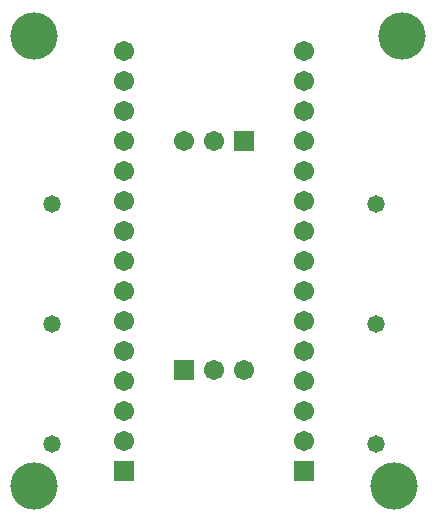
<source format=gbs>
%FSLAX25Y25*%
%MOIN*%
G70*
G01*
G75*
G04 Layer_Color=16711935*
%ADD10R,0.05118X0.12992*%
%ADD11R,0.01969X0.12992*%
%ADD12R,0.01575X0.01969*%
%ADD13R,0.04331X0.03543*%
%ADD14R,0.03543X0.04331*%
%ADD15C,0.01000*%
%ADD16R,0.05906X0.05906*%
%ADD17C,0.05906*%
%ADD18R,0.05906X0.05906*%
%ADD19C,0.05000*%
%ADD20C,0.14950*%
%ADD21C,0.00787*%
%ADD22C,0.00800*%
%ADD23C,0.00700*%
%ADD24C,0.01500*%
%ADD25C,0.02000*%
%ADD26C,0.01200*%
%ADD27R,0.05918X0.13792*%
%ADD28R,0.02769X0.13792*%
%ADD29R,0.02375X0.02769*%
%ADD30R,0.05131X0.04343*%
%ADD31R,0.04343X0.05131*%
%ADD32R,0.06706X0.06706*%
%ADD33C,0.06706*%
%ADD34R,0.06706X0.06706*%
%ADD35C,0.05800*%
%ADD36C,0.15750*%
D32*
X200000Y200000D02*
D03*
X260000D02*
D03*
D33*
X200000Y210000D02*
D03*
Y220000D02*
D03*
Y230000D02*
D03*
Y240000D02*
D03*
Y250000D02*
D03*
Y260000D02*
D03*
Y270000D02*
D03*
Y280000D02*
D03*
Y290000D02*
D03*
Y300000D02*
D03*
Y310000D02*
D03*
Y320000D02*
D03*
Y330000D02*
D03*
Y340000D02*
D03*
X260000Y210000D02*
D03*
Y220000D02*
D03*
Y230000D02*
D03*
Y240000D02*
D03*
Y250000D02*
D03*
Y260000D02*
D03*
Y270000D02*
D03*
Y280000D02*
D03*
Y290000D02*
D03*
Y300000D02*
D03*
Y310000D02*
D03*
Y320000D02*
D03*
Y330000D02*
D03*
Y340000D02*
D03*
X240000Y233500D02*
D03*
X230000D02*
D03*
X220000Y310000D02*
D03*
X230000D02*
D03*
D34*
X220000Y233500D02*
D03*
X240000Y310000D02*
D03*
D35*
X175874Y289126D02*
D03*
Y248974D02*
D03*
Y208974D02*
D03*
X284126Y248926D02*
D03*
Y209026D02*
D03*
Y289026D02*
D03*
D36*
X170000Y345000D02*
D03*
X292520D02*
D03*
X290000Y195000D02*
D03*
X170000D02*
D03*
M02*

</source>
